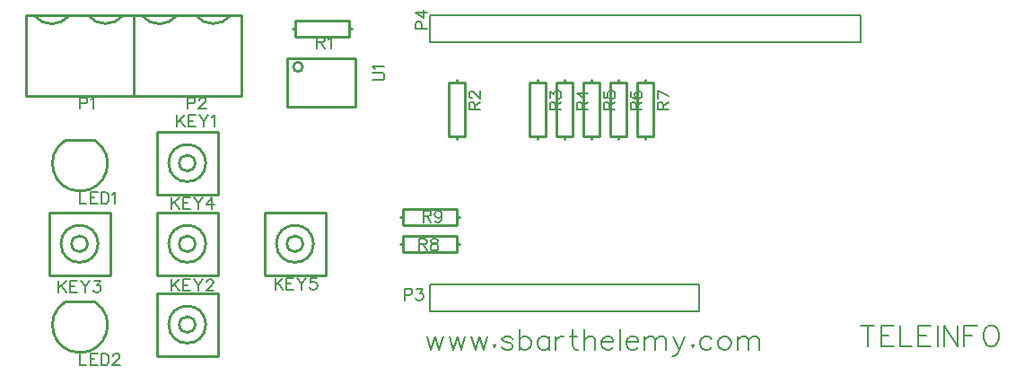
<source format=gto>
G04 Layer: TopSilkLayer*
G04 EasyEDA v6.2.41, 2019-09-03T13:48:55+02:00*
G04 4dfbed0a4eda46c7a6514823fcc72b66,879760294d1340eaa32df08d3cb52a74,10*
G04 Gerber Generator version 0.2*
G04 Scale: 100 percent, Rotated: No, Reflected: No *
G04 Dimensions in inches *
G04 leading zeros omitted , absolute positions ,2 integer and 4 decimal *
%FSLAX24Y24*%
%MOIN*%
G90*
G70D02*

%ADD10C,0.010000*%
%ADD21C,0.008000*%
%ADD22C,0.007992*%
%ADD23C,0.006000*%

%LPD*%
G54D10*
G01X12231Y9707D02*
G01X12231Y11519D01*
G01X9715Y9700D02*
G01X12235Y9700D01*
G01X9703Y11519D02*
G01X12223Y11519D01*
G01X9706Y9696D02*
G01X9701Y11515D01*
G01X10000Y12900D02*
G01X12000Y12900D01*
G01X12000Y12900D02*
G01X12000Y12600D01*
G01X12000Y12600D02*
G01X12000Y12300D01*
G01X12000Y12300D02*
G01X10000Y12300D01*
G01X10000Y12300D02*
G01X10000Y12600D01*
G01X10000Y12600D02*
G01X10000Y12900D01*
G01X12000Y12600D02*
G01X12100Y12600D01*
G01X10000Y12600D02*
G01X9900Y12600D01*
G01X3984Y10100D02*
G01X3984Y13100D01*
G01X3984Y13100D01*
G01X3984Y10100D02*
G01X-15Y10100D01*
G01X3984Y13100D02*
G01X-15Y13100D01*
G01X-15Y10100D02*
G01X-15Y13100D01*
G01X16300Y10600D02*
G01X16300Y8600D01*
G01X16300Y8600D02*
G01X16000Y8600D01*
G01X16000Y8600D02*
G01X15700Y8600D01*
G01X15700Y8600D02*
G01X15700Y10600D01*
G01X15700Y10600D02*
G01X16000Y10600D01*
G01X16000Y10600D02*
G01X16300Y10600D01*
G01X16000Y8600D02*
G01X16000Y8500D01*
G01X16000Y10600D02*
G01X16000Y10700D01*
G01X4857Y8781D02*
G01X4857Y6459D01*
G01X7140Y6459D01*
G01X7140Y8781D01*
G01X4857Y8781D01*
G01X4857Y2781D02*
G01X4857Y459D01*
G01X7140Y459D01*
G01X7140Y2781D01*
G01X4857Y2781D01*
G01X857Y5781D02*
G01X857Y3459D01*
G01X3140Y3459D01*
G01X3140Y5781D01*
G01X857Y5781D01*
G01X4857Y5781D02*
G01X4857Y3459D01*
G01X7140Y3459D01*
G01X7140Y5781D01*
G01X4857Y5781D01*
G01X8857Y5781D02*
G01X8857Y3459D01*
G01X11140Y3459D01*
G01X11140Y5781D01*
G01X8857Y5781D01*
G01X19300Y10600D02*
G01X19300Y8600D01*
G01X19300Y8600D02*
G01X19000Y8600D01*
G01X19000Y8600D02*
G01X18700Y8600D01*
G01X18700Y8600D02*
G01X18700Y10600D01*
G01X18700Y10600D02*
G01X19000Y10600D01*
G01X19000Y10600D02*
G01X19300Y10600D01*
G01X19000Y8600D02*
G01X19000Y8500D01*
G01X19000Y10600D02*
G01X19000Y10700D01*
G01X20300Y10600D02*
G01X20300Y8600D01*
G01X20300Y8600D02*
G01X20000Y8600D01*
G01X20000Y8600D02*
G01X19700Y8600D01*
G01X19700Y8600D02*
G01X19700Y10600D01*
G01X19700Y10600D02*
G01X20000Y10600D01*
G01X20000Y10600D02*
G01X20300Y10600D01*
G01X20000Y8600D02*
G01X20000Y8500D01*
G01X20000Y10600D02*
G01X20000Y10700D01*
G01X21300Y10600D02*
G01X21300Y8600D01*
G01X21300Y8600D02*
G01X21000Y8600D01*
G01X21000Y8600D02*
G01X20700Y8600D01*
G01X20700Y8600D02*
G01X20700Y10600D01*
G01X20700Y10600D02*
G01X21000Y10600D01*
G01X21000Y10600D02*
G01X21300Y10600D01*
G01X21000Y8600D02*
G01X21000Y8500D01*
G01X21000Y10600D02*
G01X21000Y10700D01*
G01X22300Y10600D02*
G01X22300Y8600D01*
G01X22300Y8600D02*
G01X22000Y8600D01*
G01X22000Y8600D02*
G01X21700Y8600D01*
G01X21700Y8600D02*
G01X21700Y10600D01*
G01X21700Y10600D02*
G01X22000Y10600D01*
G01X22000Y10600D02*
G01X22300Y10600D01*
G01X22000Y8600D02*
G01X22000Y8500D01*
G01X22000Y10600D02*
G01X22000Y10700D01*
G01X23300Y10600D02*
G01X23300Y8600D01*
G01X23300Y8600D02*
G01X23000Y8600D01*
G01X23000Y8600D02*
G01X22700Y8600D01*
G01X22700Y8600D02*
G01X22700Y10600D01*
G01X22700Y10600D02*
G01X23000Y10600D01*
G01X23000Y10600D02*
G01X23300Y10600D01*
G01X23000Y8600D02*
G01X23000Y8500D01*
G01X23000Y10600D02*
G01X23000Y10700D01*
G01X14000Y4900D02*
G01X16000Y4900D01*
G01X16000Y4900D02*
G01X16000Y4600D01*
G01X16000Y4600D02*
G01X16000Y4300D01*
G01X16000Y4300D02*
G01X14000Y4300D01*
G01X14000Y4300D02*
G01X14000Y4600D01*
G01X14000Y4600D02*
G01X14000Y4900D01*
G01X16000Y4600D02*
G01X16100Y4600D01*
G01X14000Y4600D02*
G01X13900Y4600D01*
G01X14000Y5900D02*
G01X16000Y5900D01*
G01X16000Y5900D02*
G01X16000Y5600D01*
G01X16000Y5600D02*
G01X16000Y5300D01*
G01X16000Y5300D02*
G01X14000Y5300D01*
G01X14000Y5300D02*
G01X14000Y5600D01*
G01X14000Y5600D02*
G01X14000Y5900D01*
G01X16000Y5600D02*
G01X16100Y5600D01*
G01X14000Y5600D02*
G01X13900Y5600D01*
G01X2511Y8477D02*
G01X1488Y8477D01*
G01X2511Y2477D02*
G01X1488Y2477D01*
G01X7984Y10100D02*
G01X7984Y13100D01*
G01X7984Y13100D01*
G01X7984Y10100D02*
G01X3984Y10100D01*
G01X7984Y13100D02*
G01X3984Y13100D01*
G01X3984Y10100D02*
G01X3984Y13100D01*
G54D21*
G01X31000Y13100D02*
G01X31000Y12100D01*
G01X15000Y12100D01*
G01X15000Y13100D01*
G01X15750Y13100D01*
G54D22*
G01X31000Y13100D02*
G01X15750Y13100D01*
G54D21*
G01X15750Y3100D02*
G01X15000Y3100D01*
G01X15000Y2100D01*
G01X25000Y2100D01*
G01X25000Y3100D01*
G54D22*
G01X25000Y3100D02*
G01X15750Y3100D01*
G54D21*
G01X31255Y1586D02*
G01X31255Y823D01*
G01X31000Y1586D02*
G01X31509Y1586D01*
G01X31748Y1586D02*
G01X31748Y823D01*
G01X31748Y1586D02*
G01X32222Y1586D01*
G01X31748Y1223D02*
G01X32039Y1223D01*
G01X31748Y823D02*
G01X32222Y823D01*
G01X32461Y1586D02*
G01X32461Y823D01*
G01X32461Y823D02*
G01X32897Y823D01*
G01X33138Y1586D02*
G01X33138Y823D01*
G01X33138Y1586D02*
G01X33610Y1586D01*
G01X33138Y1223D02*
G01X33429Y1223D01*
G01X33138Y823D02*
G01X33610Y823D01*
G01X33851Y1586D02*
G01X33851Y823D01*
G01X34090Y1586D02*
G01X34090Y823D01*
G01X34090Y1586D02*
G01X34600Y823D01*
G01X34600Y1586D02*
G01X34600Y823D01*
G01X34839Y1586D02*
G01X34839Y823D01*
G01X34839Y1586D02*
G01X35313Y1586D01*
G01X34839Y1223D02*
G01X35131Y1223D01*
G01X35771Y1586D02*
G01X35697Y1550D01*
G01X35625Y1476D01*
G01X35589Y1405D01*
G01X35552Y1294D01*
G01X35552Y1113D01*
G01X35589Y1005D01*
G01X35625Y932D01*
G01X35697Y859D01*
G01X35771Y823D01*
G01X35915Y823D01*
G01X35989Y859D01*
G01X36061Y932D01*
G01X36097Y1005D01*
G01X36135Y1113D01*
G01X36135Y1294D01*
G01X36097Y1405D01*
G01X36061Y1476D01*
G01X35989Y1550D01*
G01X35915Y1586D01*
G01X35771Y1586D01*
G01X14900Y1195D02*
G01X15044Y686D01*
G01X15190Y1195D02*
G01X15044Y686D01*
G01X15190Y1195D02*
G01X15335Y686D01*
G01X15481Y1195D02*
G01X15335Y686D01*
G01X15722Y1195D02*
G01X15867Y686D01*
G01X16013Y1195D02*
G01X15867Y686D01*
G01X16013Y1195D02*
G01X16157Y686D01*
G01X16303Y1195D02*
G01X16157Y686D01*
G01X16543Y1195D02*
G01X16689Y686D01*
G01X16835Y1195D02*
G01X16689Y686D01*
G01X16835Y1195D02*
G01X16980Y686D01*
G01X17125Y1195D02*
G01X16980Y686D01*
G01X17402Y868D02*
G01X17364Y831D01*
G01X17402Y795D01*
G01X17438Y831D01*
G01X17402Y868D01*
G01X18077Y1086D02*
G01X18042Y1158D01*
G01X17932Y1195D01*
G01X17823Y1195D01*
G01X17714Y1158D01*
G01X17677Y1086D01*
G01X17714Y1013D01*
G01X17786Y977D01*
G01X17968Y940D01*
G01X18042Y904D01*
G01X18077Y831D01*
G01X18077Y795D01*
G01X18042Y722D01*
G01X17932Y686D01*
G01X17823Y686D01*
G01X17714Y722D01*
G01X17677Y795D01*
G01X18318Y1449D02*
G01X18318Y686D01*
G01X18318Y1086D02*
G01X18390Y1158D01*
G01X18464Y1195D01*
G01X18572Y1195D01*
G01X18644Y1158D01*
G01X18718Y1086D01*
G01X18755Y977D01*
G01X18755Y904D01*
G01X18718Y795D01*
G01X18644Y722D01*
G01X18572Y686D01*
G01X18464Y686D01*
G01X18390Y722D01*
G01X18318Y795D01*
G01X19431Y1195D02*
G01X19431Y686D01*
G01X19431Y1086D02*
G01X19357Y1158D01*
G01X19285Y1195D01*
G01X19176Y1195D01*
G01X19103Y1158D01*
G01X19031Y1086D01*
G01X18994Y977D01*
G01X18994Y904D01*
G01X19031Y795D01*
G01X19103Y722D01*
G01X19176Y686D01*
G01X19285Y686D01*
G01X19357Y722D01*
G01X19431Y795D01*
G01X19671Y1195D02*
G01X19671Y686D01*
G01X19671Y977D02*
G01X19706Y1086D01*
G01X19780Y1158D01*
G01X19852Y1195D01*
G01X19961Y1195D01*
G01X20310Y1449D02*
G01X20310Y831D01*
G01X20347Y722D01*
G01X20419Y686D01*
G01X20493Y686D01*
G01X20202Y1195D02*
G01X20456Y1195D01*
G01X20732Y1449D02*
G01X20732Y686D01*
G01X20732Y1049D02*
G01X20842Y1158D01*
G01X20914Y1195D01*
G01X21023Y1195D01*
G01X21096Y1158D01*
G01X21132Y1049D01*
G01X21132Y686D01*
G01X21372Y977D02*
G01X21809Y977D01*
G01X21809Y1049D01*
G01X21772Y1122D01*
G01X21735Y1158D01*
G01X21664Y1195D01*
G01X21555Y1195D01*
G01X21481Y1158D01*
G01X21409Y1086D01*
G01X21372Y977D01*
G01X21372Y904D01*
G01X21409Y795D01*
G01X21481Y722D01*
G01X21555Y686D01*
G01X21664Y686D01*
G01X21735Y722D01*
G01X21809Y795D01*
G01X22048Y1449D02*
G01X22048Y686D01*
G01X22289Y977D02*
G01X22725Y977D01*
G01X22725Y1049D01*
G01X22689Y1122D01*
G01X22652Y1158D01*
G01X22580Y1195D01*
G01X22471Y1195D01*
G01X22397Y1158D01*
G01X22325Y1086D01*
G01X22289Y977D01*
G01X22289Y904D01*
G01X22325Y795D01*
G01X22397Y722D01*
G01X22471Y686D01*
G01X22580Y686D01*
G01X22652Y722D01*
G01X22725Y795D01*
G01X22964Y1195D02*
G01X22964Y686D01*
G01X22964Y1049D02*
G01X23075Y1158D01*
G01X23147Y1195D01*
G01X23256Y1195D01*
G01X23328Y1158D01*
G01X23364Y1049D01*
G01X23364Y686D01*
G01X23364Y1049D02*
G01X23475Y1158D01*
G01X23547Y1195D01*
G01X23656Y1195D01*
G01X23728Y1158D01*
G01X23764Y1049D01*
G01X23764Y686D01*
G01X24042Y1195D02*
G01X24260Y686D01*
G01X24477Y1195D02*
G01X24260Y686D01*
G01X24186Y540D01*
G01X24114Y468D01*
G01X24042Y431D01*
G01X24005Y431D01*
G01X24755Y868D02*
G01X24718Y831D01*
G01X24755Y795D01*
G01X24790Y831D01*
G01X24755Y868D01*
G01X25467Y1086D02*
G01X25394Y1158D01*
G01X25322Y1195D01*
G01X25213Y1195D01*
G01X25139Y1158D01*
G01X25067Y1086D01*
G01X25031Y977D01*
G01X25031Y904D01*
G01X25067Y795D01*
G01X25139Y722D01*
G01X25213Y686D01*
G01X25322Y686D01*
G01X25394Y722D01*
G01X25467Y795D01*
G01X25889Y1195D02*
G01X25815Y1158D01*
G01X25743Y1086D01*
G01X25706Y977D01*
G01X25706Y904D01*
G01X25743Y795D01*
G01X25815Y722D01*
G01X25889Y686D01*
G01X25997Y686D01*
G01X26071Y722D01*
G01X26143Y795D01*
G01X26180Y904D01*
G01X26180Y977D01*
G01X26143Y1086D01*
G01X26071Y1158D01*
G01X25997Y1195D01*
G01X25889Y1195D01*
G01X26419Y1195D02*
G01X26419Y686D01*
G01X26419Y1049D02*
G01X26528Y1158D01*
G01X26602Y1195D01*
G01X26710Y1195D01*
G01X26784Y1158D01*
G01X26819Y1049D01*
G01X26819Y686D01*
G01X26819Y1049D02*
G01X26928Y1158D01*
G01X27002Y1195D01*
G01X27110Y1195D01*
G01X27184Y1158D01*
G01X27219Y1049D01*
G01X27219Y686D01*
G54D23*
G01X12878Y10700D02*
G01X13185Y10700D01*
G01X13246Y10719D01*
G01X13287Y10761D01*
G01X13307Y10823D01*
G01X13307Y10863D01*
G01X13287Y10925D01*
G01X13246Y10965D01*
G01X13185Y10986D01*
G01X12878Y10986D01*
G01X12960Y11121D02*
G01X12939Y11161D01*
G01X12878Y11223D01*
G01X13307Y11223D01*
G01X10800Y12300D02*
G01X10800Y11871D01*
G01X10800Y12300D02*
G01X10984Y12300D01*
G01X11044Y12280D01*
G01X11065Y12260D01*
G01X11085Y12219D01*
G01X11085Y12178D01*
G01X11065Y12137D01*
G01X11044Y12116D01*
G01X10984Y12096D01*
G01X10800Y12096D01*
G01X10943Y12096D02*
G01X11085Y11871D01*
G01X11221Y12219D02*
G01X11261Y12239D01*
G01X11323Y12300D01*
G01X11323Y11871D01*
G01X1984Y10061D02*
G01X1984Y9632D01*
G01X1984Y10061D02*
G01X2167Y10061D01*
G01X2228Y10040D01*
G01X2250Y10021D01*
G01X2269Y9980D01*
G01X2269Y9917D01*
G01X2250Y9876D01*
G01X2228Y9857D01*
G01X2167Y9836D01*
G01X1984Y9836D01*
G01X2405Y9980D02*
G01X2446Y10000D01*
G01X2507Y10061D01*
G01X2507Y9632D01*
G01X16448Y9600D02*
G01X16877Y9600D01*
G01X16448Y9600D02*
G01X16448Y9784D01*
G01X16468Y9844D01*
G01X16489Y9865D01*
G01X16530Y9886D01*
G01X16571Y9886D01*
G01X16611Y9865D01*
G01X16632Y9844D01*
G01X16652Y9784D01*
G01X16652Y9600D01*
G01X16652Y9742D02*
G01X16877Y9886D01*
G01X16551Y10042D02*
G01X16530Y10042D01*
G01X16489Y10061D01*
G01X16468Y10082D01*
G01X16448Y10123D01*
G01X16448Y10205D01*
G01X16468Y10246D01*
G01X16489Y10267D01*
G01X16530Y10286D01*
G01X16571Y10286D01*
G01X16611Y10267D01*
G01X16673Y10226D01*
G01X16877Y10021D01*
G01X16877Y10307D01*
G01X5600Y9400D02*
G01X5600Y8969D01*
G01X5885Y9400D02*
G01X5600Y9113D01*
G01X5702Y9215D02*
G01X5885Y8969D01*
G01X6021Y9400D02*
G01X6021Y8969D01*
G01X6021Y9400D02*
G01X6286Y9400D01*
G01X6021Y9194D02*
G01X6185Y9194D01*
G01X6021Y8969D02*
G01X6286Y8969D01*
G01X6422Y9400D02*
G01X6585Y9194D01*
G01X6585Y8969D01*
G01X6750Y9400D02*
G01X6585Y9194D01*
G01X6885Y9317D02*
G01X6925Y9338D01*
G01X6986Y9400D01*
G01X6986Y8969D01*
G01X5400Y3300D02*
G01X5400Y2869D01*
G01X5685Y3300D02*
G01X5400Y3013D01*
G01X5502Y3115D02*
G01X5685Y2869D01*
G01X5821Y3300D02*
G01X5821Y2869D01*
G01X5821Y3300D02*
G01X6086Y3300D01*
G01X5821Y3094D02*
G01X5985Y3094D01*
G01X5821Y2869D02*
G01X6086Y2869D01*
G01X6222Y3300D02*
G01X6385Y3094D01*
G01X6385Y2869D01*
G01X6550Y3300D02*
G01X6385Y3094D01*
G01X6705Y3198D02*
G01X6705Y3217D01*
G01X6725Y3259D01*
G01X6746Y3280D01*
G01X6786Y3300D01*
G01X6868Y3300D01*
G01X6910Y3280D01*
G01X6930Y3259D01*
G01X6950Y3217D01*
G01X6950Y3176D01*
G01X6930Y3136D01*
G01X6889Y3075D01*
G01X6685Y2869D01*
G01X6971Y2869D01*
G01X1200Y3250D02*
G01X1200Y2819D01*
G01X1486Y3250D02*
G01X1200Y2963D01*
G01X1301Y3065D02*
G01X1486Y2819D01*
G01X1621Y3250D02*
G01X1621Y2819D01*
G01X1621Y3250D02*
G01X1886Y3250D01*
G01X1621Y3044D02*
G01X1784Y3044D01*
G01X1621Y2819D02*
G01X1886Y2819D01*
G01X2021Y3250D02*
G01X2186Y3044D01*
G01X2186Y2819D01*
G01X2350Y3250D02*
G01X2186Y3044D01*
G01X2525Y3250D02*
G01X2750Y3250D01*
G01X2628Y3086D01*
G01X2688Y3086D01*
G01X2730Y3065D01*
G01X2750Y3044D01*
G01X2771Y2984D01*
G01X2771Y2942D01*
G01X2750Y2882D01*
G01X2709Y2840D01*
G01X2648Y2819D01*
G01X2586Y2819D01*
G01X2525Y2840D01*
G01X2505Y2861D01*
G01X2484Y2901D01*
G01X5400Y6350D02*
G01X5400Y5919D01*
G01X5685Y6350D02*
G01X5400Y6063D01*
G01X5502Y6165D02*
G01X5685Y5919D01*
G01X5821Y6350D02*
G01X5821Y5919D01*
G01X5821Y6350D02*
G01X6086Y6350D01*
G01X5821Y6144D02*
G01X5985Y6144D01*
G01X5821Y5919D02*
G01X6086Y5919D01*
G01X6222Y6350D02*
G01X6385Y6144D01*
G01X6385Y5919D01*
G01X6550Y6350D02*
G01X6385Y6144D01*
G01X6889Y6350D02*
G01X6685Y6063D01*
G01X6990Y6063D01*
G01X6889Y6350D02*
G01X6889Y5919D01*
G01X9250Y3348D02*
G01X9250Y2919D01*
G01X9535Y3348D02*
G01X9250Y3063D01*
G01X9352Y3165D02*
G01X9535Y2919D01*
G01X9671Y3348D02*
G01X9671Y2919D01*
G01X9671Y3348D02*
G01X9936Y3348D01*
G01X9671Y3144D02*
G01X9835Y3144D01*
G01X9671Y2919D02*
G01X9936Y2919D01*
G01X10072Y3348D02*
G01X10235Y3144D01*
G01X10235Y2919D01*
G01X10400Y3348D02*
G01X10235Y3144D01*
G01X10780Y3348D02*
G01X10575Y3348D01*
G01X10555Y3165D01*
G01X10575Y3184D01*
G01X10636Y3205D01*
G01X10697Y3205D01*
G01X10760Y3184D01*
G01X10800Y3144D01*
G01X10821Y3082D01*
G01X10821Y3042D01*
G01X10800Y2980D01*
G01X10760Y2940D01*
G01X10697Y2919D01*
G01X10636Y2919D01*
G01X10575Y2940D01*
G01X10555Y2959D01*
G01X10535Y3001D01*
G01X19448Y9600D02*
G01X19877Y9600D01*
G01X19448Y9600D02*
G01X19448Y9784D01*
G01X19468Y9844D01*
G01X19489Y9865D01*
G01X19530Y9886D01*
G01X19571Y9886D01*
G01X19611Y9865D01*
G01X19632Y9844D01*
G01X19652Y9784D01*
G01X19652Y9600D01*
G01X19652Y9742D02*
G01X19877Y9886D01*
G01X19448Y10061D02*
G01X19448Y10286D01*
G01X19611Y10165D01*
G01X19611Y10226D01*
G01X19632Y10267D01*
G01X19652Y10286D01*
G01X19714Y10307D01*
G01X19755Y10307D01*
G01X19817Y10286D01*
G01X19857Y10246D01*
G01X19877Y10184D01*
G01X19877Y10123D01*
G01X19857Y10061D01*
G01X19836Y10042D01*
G01X19796Y10021D01*
G01X20448Y9600D02*
G01X20877Y9600D01*
G01X20448Y9600D02*
G01X20448Y9784D01*
G01X20468Y9844D01*
G01X20489Y9865D01*
G01X20530Y9886D01*
G01X20571Y9886D01*
G01X20611Y9865D01*
G01X20632Y9844D01*
G01X20652Y9784D01*
G01X20652Y9600D01*
G01X20652Y9742D02*
G01X20877Y9886D01*
G01X20448Y10226D02*
G01X20735Y10021D01*
G01X20735Y10328D01*
G01X20448Y10226D02*
G01X20877Y10226D01*
G01X21448Y9600D02*
G01X21877Y9600D01*
G01X21448Y9600D02*
G01X21448Y9784D01*
G01X21468Y9844D01*
G01X21489Y9865D01*
G01X21530Y9886D01*
G01X21571Y9886D01*
G01X21611Y9865D01*
G01X21632Y9844D01*
G01X21652Y9784D01*
G01X21652Y9600D01*
G01X21652Y9742D02*
G01X21877Y9886D01*
G01X21448Y10267D02*
G01X21448Y10061D01*
G01X21632Y10042D01*
G01X21611Y10061D01*
G01X21592Y10123D01*
G01X21592Y10184D01*
G01X21611Y10246D01*
G01X21652Y10286D01*
G01X21714Y10307D01*
G01X21755Y10307D01*
G01X21817Y10286D01*
G01X21857Y10246D01*
G01X21877Y10184D01*
G01X21877Y10123D01*
G01X21857Y10061D01*
G01X21836Y10042D01*
G01X21796Y10021D01*
G01X22448Y9600D02*
G01X22877Y9600D01*
G01X22448Y9600D02*
G01X22448Y9784D01*
G01X22468Y9844D01*
G01X22489Y9865D01*
G01X22530Y9886D01*
G01X22571Y9886D01*
G01X22611Y9865D01*
G01X22632Y9844D01*
G01X22652Y9784D01*
G01X22652Y9600D01*
G01X22652Y9742D02*
G01X22877Y9886D01*
G01X22510Y10267D02*
G01X22468Y10246D01*
G01X22448Y10184D01*
G01X22448Y10144D01*
G01X22468Y10082D01*
G01X22530Y10042D01*
G01X22632Y10021D01*
G01X22735Y10021D01*
G01X22817Y10042D01*
G01X22857Y10082D01*
G01X22877Y10144D01*
G01X22877Y10165D01*
G01X22857Y10226D01*
G01X22817Y10267D01*
G01X22755Y10286D01*
G01X22735Y10286D01*
G01X22673Y10267D01*
G01X22632Y10226D01*
G01X22611Y10165D01*
G01X22611Y10144D01*
G01X22632Y10082D01*
G01X22673Y10042D01*
G01X22735Y10021D01*
G01X23448Y9600D02*
G01X23877Y9600D01*
G01X23448Y9600D02*
G01X23448Y9784D01*
G01X23468Y9844D01*
G01X23489Y9865D01*
G01X23530Y9886D01*
G01X23571Y9886D01*
G01X23611Y9865D01*
G01X23632Y9844D01*
G01X23652Y9784D01*
G01X23652Y9600D01*
G01X23652Y9742D02*
G01X23877Y9886D01*
G01X23448Y10307D02*
G01X23877Y10103D01*
G01X23448Y10021D02*
G01X23448Y10307D01*
G01X14600Y4800D02*
G01X14600Y4371D01*
G01X14600Y4800D02*
G01X14784Y4800D01*
G01X14844Y4780D01*
G01X14865Y4760D01*
G01X14885Y4719D01*
G01X14885Y4678D01*
G01X14865Y4637D01*
G01X14844Y4616D01*
G01X14784Y4596D01*
G01X14600Y4596D01*
G01X14743Y4596D02*
G01X14885Y4371D01*
G01X15123Y4800D02*
G01X15061Y4780D01*
G01X15042Y4739D01*
G01X15042Y4698D01*
G01X15061Y4657D01*
G01X15102Y4637D01*
G01X15185Y4616D01*
G01X15246Y4596D01*
G01X15286Y4555D01*
G01X15307Y4514D01*
G01X15307Y4453D01*
G01X15286Y4412D01*
G01X15267Y4391D01*
G01X15205Y4371D01*
G01X15123Y4371D01*
G01X15061Y4391D01*
G01X15042Y4412D01*
G01X15021Y4453D01*
G01X15021Y4514D01*
G01X15042Y4555D01*
G01X15082Y4596D01*
G01X15143Y4616D01*
G01X15226Y4637D01*
G01X15267Y4657D01*
G01X15286Y4698D01*
G01X15286Y4739D01*
G01X15267Y4780D01*
G01X15205Y4800D01*
G01X15123Y4800D01*
G01X14750Y5850D02*
G01X14750Y5421D01*
G01X14750Y5850D02*
G01X14934Y5850D01*
G01X14994Y5830D01*
G01X15015Y5810D01*
G01X15035Y5769D01*
G01X15035Y5728D01*
G01X15015Y5687D01*
G01X14994Y5666D01*
G01X14934Y5646D01*
G01X14750Y5646D01*
G01X14893Y5646D02*
G01X15035Y5421D01*
G01X15436Y5707D02*
G01X15417Y5646D01*
G01X15376Y5605D01*
G01X15314Y5585D01*
G01X15293Y5585D01*
G01X15232Y5605D01*
G01X15192Y5646D01*
G01X15171Y5707D01*
G01X15171Y5728D01*
G01X15192Y5789D01*
G01X15232Y5830D01*
G01X15293Y5850D01*
G01X15314Y5850D01*
G01X15376Y5830D01*
G01X15417Y5789D01*
G01X15436Y5707D01*
G01X15436Y5605D01*
G01X15417Y5503D01*
G01X15376Y5441D01*
G01X15314Y5421D01*
G01X15273Y5421D01*
G01X15211Y5441D01*
G01X15192Y5482D01*
G01X2000Y6537D02*
G01X2000Y6108D01*
G01X2000Y6108D02*
G01X2244Y6108D01*
G01X2380Y6537D02*
G01X2380Y6108D01*
G01X2380Y6537D02*
G01X2646Y6537D01*
G01X2380Y6333D02*
G01X2544Y6333D01*
G01X2380Y6108D02*
G01X2646Y6108D01*
G01X2780Y6537D02*
G01X2780Y6108D01*
G01X2780Y6537D02*
G01X2925Y6537D01*
G01X2986Y6517D01*
G01X3026Y6476D01*
G01X3046Y6435D01*
G01X3067Y6374D01*
G01X3067Y6271D01*
G01X3046Y6210D01*
G01X3026Y6169D01*
G01X2986Y6128D01*
G01X2925Y6108D01*
G01X2780Y6108D01*
G01X3203Y6455D02*
G01X3244Y6476D01*
G01X3305Y6537D01*
G01X3305Y6108D01*
G01X2000Y537D02*
G01X2000Y108D01*
G01X2000Y108D02*
G01X2244Y108D01*
G01X2380Y537D02*
G01X2380Y108D01*
G01X2380Y537D02*
G01X2646Y537D01*
G01X2380Y333D02*
G01X2544Y333D01*
G01X2380Y108D02*
G01X2646Y108D01*
G01X2780Y537D02*
G01X2780Y108D01*
G01X2780Y537D02*
G01X2925Y537D01*
G01X2986Y517D01*
G01X3026Y476D01*
G01X3046Y435D01*
G01X3067Y374D01*
G01X3067Y271D01*
G01X3046Y210D01*
G01X3026Y169D01*
G01X2986Y128D01*
G01X2925Y108D01*
G01X2780Y108D01*
G01X3223Y435D02*
G01X3223Y455D01*
G01X3244Y496D01*
G01X3263Y517D01*
G01X3305Y537D01*
G01X3386Y537D01*
G01X3428Y517D01*
G01X3448Y496D01*
G01X3469Y455D01*
G01X3469Y414D01*
G01X3448Y374D01*
G01X3407Y312D01*
G01X3203Y108D01*
G01X3488Y108D01*
G01X5984Y10061D02*
G01X5984Y9632D01*
G01X5984Y10061D02*
G01X6168Y10061D01*
G01X6228Y10040D01*
G01X6250Y10021D01*
G01X6269Y9980D01*
G01X6269Y9917D01*
G01X6250Y9876D01*
G01X6228Y9857D01*
G01X6168Y9836D01*
G01X5984Y9836D01*
G01X6426Y9959D02*
G01X6426Y9980D01*
G01X6446Y10021D01*
G01X6467Y10040D01*
G01X6507Y10061D01*
G01X6589Y10061D01*
G01X6630Y10040D01*
G01X6651Y10021D01*
G01X6671Y9980D01*
G01X6671Y9938D01*
G01X6651Y9898D01*
G01X6610Y9836D01*
G01X6405Y9632D01*
G01X6692Y9632D01*
G01X14471Y12600D02*
G01X14900Y12600D01*
G01X14471Y12600D02*
G01X14471Y12784D01*
G01X14490Y12844D01*
G01X14510Y12865D01*
G01X14552Y12886D01*
G01X14614Y12886D01*
G01X14655Y12865D01*
G01X14675Y12844D01*
G01X14696Y12784D01*
G01X14696Y12600D01*
G01X14471Y13226D02*
G01X14756Y13021D01*
G01X14756Y13328D01*
G01X14471Y13226D02*
G01X14900Y13226D01*
G01X14050Y2950D02*
G01X14050Y2521D01*
G01X14050Y2950D02*
G01X14234Y2950D01*
G01X14294Y2930D01*
G01X14315Y2909D01*
G01X14335Y2869D01*
G01X14335Y2807D01*
G01X14315Y2765D01*
G01X14294Y2746D01*
G01X14234Y2725D01*
G01X14050Y2725D01*
G01X14511Y2950D02*
G01X14736Y2950D01*
G01X14614Y2786D01*
G01X14676Y2786D01*
G01X14717Y2765D01*
G01X14736Y2746D01*
G01X14757Y2684D01*
G01X14757Y2644D01*
G01X14736Y2582D01*
G01X14696Y2540D01*
G01X14635Y2521D01*
G01X14573Y2521D01*
G01X14511Y2540D01*
G01X14492Y2561D01*
G01X14471Y2603D01*
G54D10*
G75*
G01X3600Y13100D02*
G02X2300Y13100I-650J554D01*
G01*
G75*
G01X1600Y13100D02*
G02X300Y13100I-650J526D01*
G01*
G75*
G01X1456Y8467D02*
G03X2544Y8467I544J-867D01*
G01*
G75*
G01X1456Y2467D02*
G03X2544Y2467I544J-867D01*
G01*
G75*
G01X7600Y13100D02*
G02X6300Y13100I-650J554D01*
G01*
G75*
G01X5600Y13100D02*
G02X4300Y13100I-650J526D01*
G01*
G75*
G01X10267Y11194D02*
G03X10267Y11194I-171J0D01*
G01*
G75*
G01X6277Y7619D02*
G03X6277Y7619I-295J0D01*
G01*
G75*
G01X6671Y7619D02*
G03X6671Y7619I-689J0D01*
G01*
G75*
G01X6277Y1619D02*
G03X6277Y1619I-295J0D01*
G01*
G75*
G01X6671Y1619D02*
G03X6671Y1619I-689J0D01*
G01*
G75*
G01X2277Y4619D02*
G03X2277Y4619I-295J0D01*
G01*
G75*
G01X2671Y4619D02*
G03X2671Y4619I-689J0D01*
G01*
G75*
G01X6277Y4619D02*
G03X6277Y4619I-295J0D01*
G01*
G75*
G01X6671Y4619D02*
G03X6671Y4619I-689J0D01*
G01*
G75*
G01X10277Y4619D02*
G03X10277Y4619I-295J0D01*
G01*
G75*
G01X10671Y4619D02*
G03X10671Y4619I-689J0D01*
G01*
M00*
M02*

</source>
